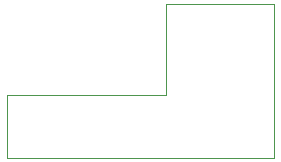
<source format=gbr>
%TF.GenerationSoftware,KiCad,Pcbnew,7.0.7*%
%TF.CreationDate,2023-09-15T23:53:17-05:00*%
%TF.ProjectId,composite-video-adapter,636f6d70-6f73-4697-9465-2d766964656f,rev?*%
%TF.SameCoordinates,Original*%
%TF.FileFunction,Profile,NP*%
%FSLAX46Y46*%
G04 Gerber Fmt 4.6, Leading zero omitted, Abs format (unit mm)*
G04 Created by KiCad (PCBNEW 7.0.7) date 2023-09-15 23:53:17*
%MOMM*%
%LPD*%
G01*
G04 APERTURE LIST*
%TA.AperFunction,Profile*%
%ADD10C,0.100000*%
%TD*%
G04 APERTURE END LIST*
D10*
X152349200Y-105664000D02*
X129794000Y-105664000D01*
X129794000Y-100380800D01*
X143205200Y-100380800D01*
X143205200Y-92659200D01*
X152349200Y-92659200D01*
X152349200Y-105664000D01*
M02*

</source>
